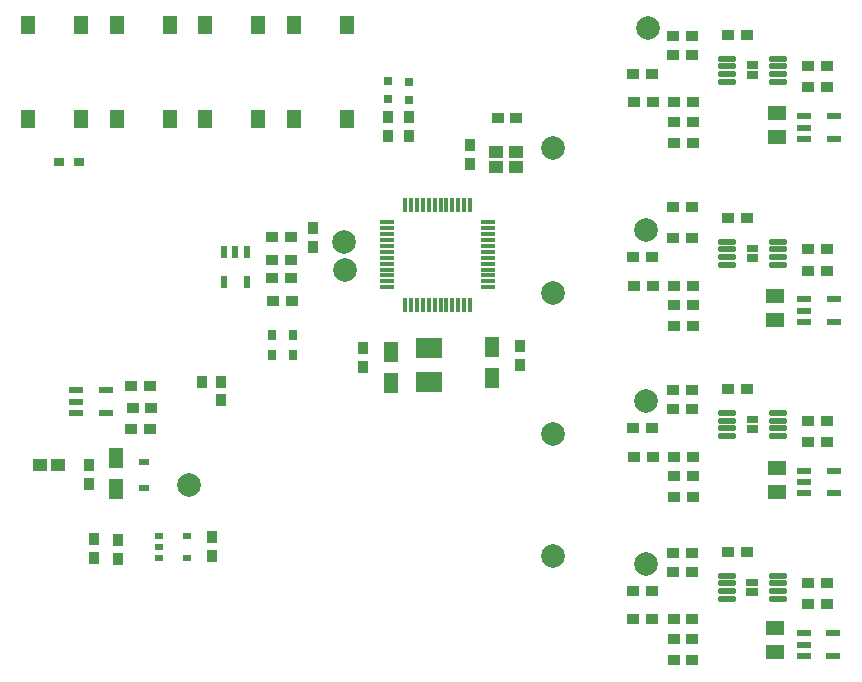
<source format=gtp>
G04*
G04 #@! TF.GenerationSoftware,Altium Limited,Altium Designer,24.8.2 (39)*
G04*
G04 Layer_Color=8421504*
%FSLAX44Y44*%
%MOMM*%
G71*
G04*
G04 #@! TF.SameCoordinates,DE467F84-66AF-4C6A-BC95-973404F0CDF1*
G04*
G04*
G04 #@! TF.FilePolarity,Positive*
G04*
G01*
G75*
%ADD23R,1.2954X1.5494*%
%ADD24C,2.0000*%
%ADD25R,0.7000X0.9500*%
%ADD26R,0.3000X1.2000*%
%ADD27R,1.2000X0.3000*%
%ADD28R,1.0000X0.9500*%
G04:AMPARAMS|DCode=29|XSize=1.47mm|YSize=0.48mm|CornerRadius=0.06mm|HoleSize=0mm|Usage=FLASHONLY|Rotation=0.000|XOffset=0mm|YOffset=0mm|HoleType=Round|Shape=RoundedRectangle|*
%AMROUNDEDRECTD29*
21,1,1.4700,0.3600,0,0,0.0*
21,1,1.3500,0.4800,0,0,0.0*
1,1,0.1200,0.6750,-0.1800*
1,1,0.1200,-0.6750,-0.1800*
1,1,0.1200,-0.6750,0.1800*
1,1,0.1200,0.6750,0.1800*
%
%ADD29ROUNDEDRECTD29*%
G04:AMPARAMS|DCode=30|XSize=1.21mm|YSize=0.59mm|CornerRadius=0.0738mm|HoleSize=0mm|Usage=FLASHONLY|Rotation=0.000|XOffset=0mm|YOffset=0mm|HoleType=Round|Shape=RoundedRectangle|*
%AMROUNDEDRECTD30*
21,1,1.2100,0.4425,0,0,0.0*
21,1,1.0625,0.5900,0,0,0.0*
1,1,0.1475,0.5313,-0.2213*
1,1,0.1475,-0.5313,-0.2213*
1,1,0.1475,-0.5313,0.2213*
1,1,0.1475,0.5313,0.2213*
%
%ADD30ROUNDEDRECTD30*%
%ADD31R,0.9500X1.0000*%
%ADD32R,2.2300X1.8000*%
%ADD33R,0.6000X1.1000*%
%ADD34R,1.6002X1.2700*%
%ADD35R,1.2300X1.8000*%
%ADD36R,0.8000X0.5500*%
%ADD37R,0.8000X0.8000*%
%ADD38R,0.9500X0.7000*%
%ADD39R,1.3061X1.0582*%
%ADD40R,0.8300X0.6300*%
%ADD41R,1.1938X0.9906*%
G36*
X633478Y87750D02*
X623778D01*
Y94250D01*
X633478D01*
Y87750D01*
D02*
G37*
G36*
Y95750D02*
X623778D01*
Y102250D01*
X633478D01*
Y95750D01*
D02*
G37*
G36*
X633699Y225495D02*
X623999D01*
Y231995D01*
X633699D01*
Y225495D01*
D02*
G37*
G36*
Y233495D02*
X623999D01*
Y239995D01*
X633699D01*
Y233495D01*
D02*
G37*
G36*
Y370495D02*
X623999D01*
Y376995D01*
X633699D01*
Y370495D01*
D02*
G37*
G36*
Y378495D02*
X623999D01*
Y384995D01*
X633699D01*
Y378495D01*
D02*
G37*
G36*
Y525494D02*
X623999D01*
Y531995D01*
X633699D01*
Y525494D01*
D02*
G37*
G36*
Y533494D02*
X623999D01*
Y539995D01*
X633699D01*
Y533494D01*
D02*
G37*
D23*
X60613Y570775D02*
D03*
X15613D02*
D03*
Y491275D02*
D03*
X60613D02*
D03*
X135613D02*
D03*
X90613D02*
D03*
Y570775D02*
D03*
X135613D02*
D03*
X210613Y491275D02*
D03*
X165613D02*
D03*
Y570775D02*
D03*
X210613D02*
D03*
X285613Y491275D02*
D03*
X240613D02*
D03*
Y570775D02*
D03*
X285613D02*
D03*
D24*
X283439Y363800D02*
D03*
X283000Y387000D02*
D03*
X460000Y466906D02*
D03*
Y344000D02*
D03*
Y225000D02*
D03*
Y121000D02*
D03*
X540000Y568000D02*
D03*
X538849Y397670D02*
D03*
Y252670D02*
D03*
X538628Y114926D02*
D03*
X152000Y181000D02*
D03*
D25*
X240000Y291750D02*
D03*
Y308250D02*
D03*
X222000Y291750D02*
D03*
Y308250D02*
D03*
D26*
X389730Y418800D02*
D03*
X384730D02*
D03*
X379730D02*
D03*
X374730D02*
D03*
X369730D02*
D03*
X364730D02*
D03*
X359730D02*
D03*
X354730D02*
D03*
X349730D02*
D03*
X344730D02*
D03*
X339730D02*
D03*
X334730D02*
D03*
Y333800D02*
D03*
X339730D02*
D03*
X344730D02*
D03*
X349730D02*
D03*
X354730D02*
D03*
X359730D02*
D03*
X364730D02*
D03*
X369730D02*
D03*
X374730D02*
D03*
X379730D02*
D03*
X384730D02*
D03*
X389730D02*
D03*
D27*
X319730Y403800D02*
D03*
Y398800D02*
D03*
Y393800D02*
D03*
Y388800D02*
D03*
Y383800D02*
D03*
Y378800D02*
D03*
Y373800D02*
D03*
Y368800D02*
D03*
Y363800D02*
D03*
Y358800D02*
D03*
Y353800D02*
D03*
Y348800D02*
D03*
X404730D02*
D03*
Y353800D02*
D03*
Y358800D02*
D03*
Y363800D02*
D03*
Y368800D02*
D03*
Y373800D02*
D03*
Y378800D02*
D03*
Y383800D02*
D03*
Y388800D02*
D03*
Y393800D02*
D03*
Y398800D02*
D03*
Y403800D02*
D03*
D28*
X429000Y492000D02*
D03*
X413000D02*
D03*
X691849Y535943D02*
D03*
X675849D02*
D03*
X691628Y98198D02*
D03*
X675628D02*
D03*
X528068Y67562D02*
D03*
X544067D02*
D03*
X675628Y80255D02*
D03*
X691628D02*
D03*
X527704Y91562D02*
D03*
X543704D02*
D03*
X561628Y108000D02*
D03*
X577628D02*
D03*
X578068Y33138D02*
D03*
X562068D02*
D03*
X608068Y124562D02*
D03*
X624067D02*
D03*
X562068Y67562D02*
D03*
X578068D02*
D03*
X562068Y51138D02*
D03*
X578068D02*
D03*
X577628Y124000D02*
D03*
X561628D02*
D03*
X577849Y416745D02*
D03*
X561849D02*
D03*
X675849Y518000D02*
D03*
X691849D02*
D03*
X528289Y350307D02*
D03*
X544289D02*
D03*
X578289Y315882D02*
D03*
X562289D02*
D03*
X561849Y390745D02*
D03*
X577849D02*
D03*
X675849Y363000D02*
D03*
X691849D02*
D03*
Y380943D02*
D03*
X675849D02*
D03*
X527925Y374307D02*
D03*
X543925D02*
D03*
X527925Y529306D02*
D03*
X543925D02*
D03*
X561849Y545745D02*
D03*
X577849D02*
D03*
X528289Y505307D02*
D03*
X544289D02*
D03*
X691849Y218000D02*
D03*
X675849D02*
D03*
Y235943D02*
D03*
X691849D02*
D03*
X577849Y245745D02*
D03*
X561849D02*
D03*
X578289Y470882D02*
D03*
X562289D02*
D03*
Y170882D02*
D03*
X578289D02*
D03*
X543925Y229307D02*
D03*
X527925D02*
D03*
X544289Y205307D02*
D03*
X528289D02*
D03*
X608289Y407307D02*
D03*
X624289D02*
D03*
X577849Y561745D02*
D03*
X561849D02*
D03*
X608289Y562307D02*
D03*
X624289D02*
D03*
X562289Y350307D02*
D03*
X578289D02*
D03*
X562289Y333882D02*
D03*
X578289D02*
D03*
Y205307D02*
D03*
X562289D02*
D03*
Y505307D02*
D03*
X578289D02*
D03*
X562289Y488882D02*
D03*
X578289D02*
D03*
Y188882D02*
D03*
X562289D02*
D03*
X561849Y261745D02*
D03*
X577849D02*
D03*
X624289Y262307D02*
D03*
X608289D02*
D03*
X104000Y247000D02*
D03*
X120000D02*
D03*
X103000Y265000D02*
D03*
X119000D02*
D03*
X119000Y229000D02*
D03*
X103000D02*
D03*
X238000Y357000D02*
D03*
Y372158D02*
D03*
X222000Y357000D02*
D03*
Y372158D02*
D03*
X238000Y391000D02*
D03*
X222000D02*
D03*
X223000Y337000D02*
D03*
X239000D02*
D03*
D29*
X650128Y104750D02*
D03*
Y98250D02*
D03*
Y91750D02*
D03*
Y85250D02*
D03*
X607128D02*
D03*
Y91750D02*
D03*
Y98250D02*
D03*
Y104750D02*
D03*
X650349Y242495D02*
D03*
Y235995D02*
D03*
Y229495D02*
D03*
Y222995D02*
D03*
X607349D02*
D03*
Y229495D02*
D03*
Y235995D02*
D03*
Y242495D02*
D03*
X650349Y387495D02*
D03*
Y380995D02*
D03*
Y374495D02*
D03*
Y367995D02*
D03*
X607349D02*
D03*
Y374495D02*
D03*
Y380995D02*
D03*
Y387495D02*
D03*
X650349Y542495D02*
D03*
Y535994D02*
D03*
Y529495D02*
D03*
Y522994D02*
D03*
X607349D02*
D03*
Y529495D02*
D03*
Y535994D02*
D03*
Y542495D02*
D03*
D30*
X672450Y493500D02*
D03*
Y484000D02*
D03*
Y474500D02*
D03*
X697550D02*
D03*
Y493500D02*
D03*
X697329Y55756D02*
D03*
Y36755D02*
D03*
X672229D02*
D03*
Y46255D02*
D03*
Y55756D02*
D03*
X697550Y338500D02*
D03*
Y319500D02*
D03*
X672450D02*
D03*
Y329000D02*
D03*
Y338500D02*
D03*
X697550Y193500D02*
D03*
Y174500D02*
D03*
X672450D02*
D03*
Y184000D02*
D03*
Y193500D02*
D03*
X81550Y261500D02*
D03*
Y242500D02*
D03*
X56450D02*
D03*
Y252000D02*
D03*
Y261500D02*
D03*
D31*
X432000Y283000D02*
D03*
Y299000D02*
D03*
X299000Y297000D02*
D03*
Y281000D02*
D03*
X67000Y198000D02*
D03*
Y182000D02*
D03*
X179000Y269000D02*
D03*
Y253000D02*
D03*
X163000Y269000D02*
D03*
X171000Y121000D02*
D03*
Y137000D02*
D03*
X92000Y119000D02*
D03*
Y135000D02*
D03*
X257000Y383000D02*
D03*
Y399000D02*
D03*
X390000Y453000D02*
D03*
Y469000D02*
D03*
X320000Y477000D02*
D03*
Y493000D02*
D03*
X338000Y477000D02*
D03*
Y493000D02*
D03*
X71000Y119300D02*
D03*
Y135300D02*
D03*
D32*
X354730Y297600D02*
D03*
Y268400D02*
D03*
D33*
X200500Y353500D02*
D03*
X181500D02*
D03*
Y378500D02*
D03*
X191000D02*
D03*
X200500D02*
D03*
D34*
X647779Y60368D02*
D03*
Y40048D02*
D03*
X648000Y341717D02*
D03*
Y321397D02*
D03*
X649306Y175390D02*
D03*
Y195710D02*
D03*
Y476397D02*
D03*
Y496717D02*
D03*
D35*
X323000Y267800D02*
D03*
Y294000D02*
D03*
X90000Y177900D02*
D03*
Y204100D02*
D03*
X408000Y298100D02*
D03*
Y271900D02*
D03*
D36*
X150000Y138500D02*
D03*
Y119500D02*
D03*
X126000D02*
D03*
Y129000D02*
D03*
Y138500D02*
D03*
D37*
X320000Y508500D02*
D03*
Y523500D02*
D03*
X338000Y522500D02*
D03*
Y507500D02*
D03*
D38*
X58250Y455000D02*
D03*
X41750D02*
D03*
D39*
X25239Y198000D02*
D03*
X40761D02*
D03*
D40*
X114000Y178850D02*
D03*
Y201150D02*
D03*
D41*
X428500Y450500D02*
D03*
X411500D02*
D03*
Y463500D02*
D03*
X428500D02*
D03*
M02*

</source>
